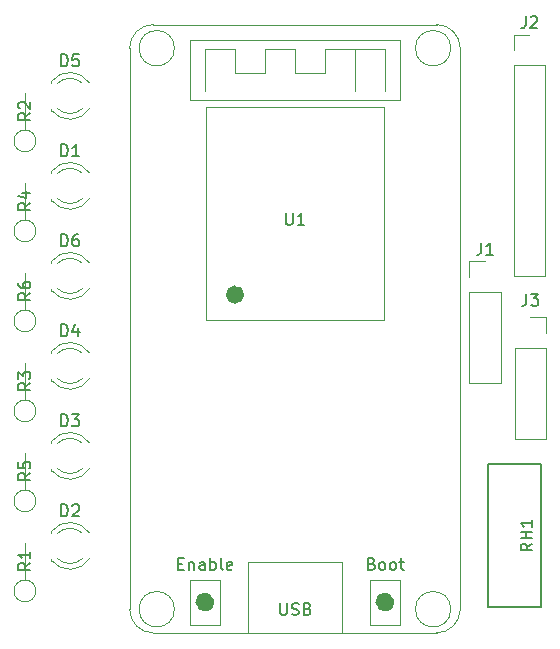
<source format=gbr>
%TF.GenerationSoftware,KiCad,Pcbnew,(5.1.10)-1*%
%TF.CreationDate,2021-11-03T12:27:00+01:00*%
%TF.ProjectId,airQualityV2,61697251-7561-46c6-9974-7956322e6b69,rev?*%
%TF.SameCoordinates,Original*%
%TF.FileFunction,Legend,Top*%
%TF.FilePolarity,Positive*%
%FSLAX46Y46*%
G04 Gerber Fmt 4.6, Leading zero omitted, Abs format (unit mm)*
G04 Created by KiCad (PCBNEW (5.1.10)-1) date 2021-11-03 12:27:00*
%MOMM*%
%LPD*%
G01*
G04 APERTURE LIST*
%ADD10C,0.120000*%
%ADD11C,0.800000*%
%ADD12C,1.000000*%
%ADD13C,0.150000*%
G04 APERTURE END LIST*
D10*
%TO.C,J3*%
X174880000Y-98760000D02*
X176210000Y-98760000D01*
X176210000Y-98760000D02*
X176210000Y-100090000D01*
X176210000Y-101360000D02*
X176210000Y-109040000D01*
X173550000Y-109040000D02*
X176210000Y-109040000D01*
X173550000Y-101360000D02*
X173550000Y-109040000D01*
X173550000Y-101360000D02*
X176210000Y-101360000D01*
%TO.C,R6*%
X133000000Y-99060000D02*
G75*
G03*
X133000000Y-99060000I-920000J0D01*
G01*
X132080000Y-98140000D02*
X132080000Y-94980000D01*
%TO.C,D6*%
X134330000Y-94014000D02*
X134330000Y-94170000D01*
X134330000Y-96330000D02*
X134330000Y-96486000D01*
X136931130Y-96329837D02*
G75*
G02*
X134849039Y-96330000I-1041130J1079837D01*
G01*
X136931130Y-94170163D02*
G75*
G03*
X134849039Y-94170000I-1041130J-1079837D01*
G01*
X137562335Y-96328608D02*
G75*
G02*
X134330000Y-96485516I-1672335J1078608D01*
G01*
X137562335Y-94171392D02*
G75*
G03*
X134330000Y-94014484I-1672335J-1078608D01*
G01*
%TO.C,R5*%
X133000000Y-114300000D02*
G75*
G03*
X133000000Y-114300000I-920000J0D01*
G01*
X132080000Y-113380000D02*
X132080000Y-110220000D01*
%TO.C,R4*%
X133000000Y-91440000D02*
G75*
G03*
X133000000Y-91440000I-920000J0D01*
G01*
X132080000Y-90520000D02*
X132080000Y-87360000D01*
%TO.C,R3*%
X133000000Y-106680000D02*
G75*
G03*
X133000000Y-106680000I-920000J0D01*
G01*
X132080000Y-105760000D02*
X132080000Y-102600000D01*
%TO.C,R2*%
X133000000Y-83820000D02*
G75*
G03*
X133000000Y-83820000I-920000J0D01*
G01*
X132080000Y-82900000D02*
X132080000Y-79740000D01*
%TO.C,R1*%
X133000000Y-121920000D02*
G75*
G03*
X133000000Y-121920000I-920000J0D01*
G01*
X132080000Y-121000000D02*
X132080000Y-117840000D01*
%TO.C,D5*%
X134330000Y-78774000D02*
X134330000Y-78930000D01*
X134330000Y-81090000D02*
X134330000Y-81246000D01*
X136931130Y-81089837D02*
G75*
G02*
X134849039Y-81090000I-1041130J1079837D01*
G01*
X136931130Y-78930163D02*
G75*
G03*
X134849039Y-78930000I-1041130J-1079837D01*
G01*
X137562335Y-81088608D02*
G75*
G02*
X134330000Y-81245516I-1672335J1078608D01*
G01*
X137562335Y-78931392D02*
G75*
G03*
X134330000Y-78774484I-1672335J-1078608D01*
G01*
%TO.C,D4*%
X134330000Y-101634000D02*
X134330000Y-101790000D01*
X134330000Y-103950000D02*
X134330000Y-104106000D01*
X136931130Y-103949837D02*
G75*
G02*
X134849039Y-103950000I-1041130J1079837D01*
G01*
X136931130Y-101790163D02*
G75*
G03*
X134849039Y-101790000I-1041130J-1079837D01*
G01*
X137562335Y-103948608D02*
G75*
G02*
X134330000Y-104105516I-1672335J1078608D01*
G01*
X137562335Y-101791392D02*
G75*
G03*
X134330000Y-101634484I-1672335J-1078608D01*
G01*
%TO.C,D3*%
X134330000Y-109254000D02*
X134330000Y-109410000D01*
X134330000Y-111570000D02*
X134330000Y-111726000D01*
X136931130Y-111569837D02*
G75*
G02*
X134849039Y-111570000I-1041130J1079837D01*
G01*
X136931130Y-109410163D02*
G75*
G03*
X134849039Y-109410000I-1041130J-1079837D01*
G01*
X137562335Y-111568608D02*
G75*
G02*
X134330000Y-111725516I-1672335J1078608D01*
G01*
X137562335Y-109411392D02*
G75*
G03*
X134330000Y-109254484I-1672335J-1078608D01*
G01*
%TO.C,D2*%
X134330000Y-116874000D02*
X134330000Y-117030000D01*
X134330000Y-119190000D02*
X134330000Y-119346000D01*
X136931130Y-119189837D02*
G75*
G02*
X134849039Y-119190000I-1041130J1079837D01*
G01*
X136931130Y-117030163D02*
G75*
G03*
X134849039Y-117030000I-1041130J-1079837D01*
G01*
X137562335Y-119188608D02*
G75*
G02*
X134330000Y-119345516I-1672335J1078608D01*
G01*
X137562335Y-117031392D02*
G75*
G03*
X134330000Y-116874484I-1672335J-1078608D01*
G01*
%TO.C,D1*%
X134330000Y-86394000D02*
X134330000Y-86550000D01*
X134330000Y-88710000D02*
X134330000Y-88866000D01*
X136931130Y-88709837D02*
G75*
G02*
X134849039Y-88710000I-1041130J1079837D01*
G01*
X136931130Y-86550163D02*
G75*
G03*
X134849039Y-86550000I-1041130J-1079837D01*
G01*
X137562335Y-88708608D02*
G75*
G02*
X134330000Y-88865516I-1672335J1078608D01*
G01*
X137562335Y-86551392D02*
G75*
G03*
X134330000Y-86394484I-1672335J-1078608D01*
G01*
%TO.C,U1*%
X144740000Y-75970000D02*
G75*
G03*
X144740000Y-75970000I-1500000J0D01*
G01*
X168140000Y-75970000D02*
G75*
G03*
X168140000Y-75970000I-1500000J0D01*
G01*
X168940000Y-123470000D02*
X168940000Y-75970000D01*
X140940000Y-75970000D02*
X140940000Y-123470000D01*
X142940000Y-125470000D02*
X166940000Y-125470000D01*
X142940000Y-73970000D02*
X166940000Y-73970000D01*
X144740000Y-123470000D02*
G75*
G03*
X144740000Y-123470000I-1500000J0D01*
G01*
X168140000Y-123470000D02*
G75*
G03*
X168140000Y-123470000I-1500000J0D01*
G01*
X150940000Y-119470000D02*
X150940000Y-125470000D01*
X158940000Y-119470000D02*
X158940000Y-125470000D01*
X150940000Y-119470000D02*
X158940000Y-119470000D01*
X146050000Y-75240000D02*
X163830000Y-75240000D01*
X163830000Y-75240000D02*
X163830000Y-80320000D01*
X163830000Y-80320000D02*
X146050000Y-80320000D01*
X146050000Y-80320000D02*
X146050000Y-75240000D01*
X147320000Y-79558000D02*
X147320000Y-76002000D01*
X147320000Y-76002000D02*
X149860000Y-76002000D01*
X149860000Y-76002000D02*
X149860000Y-78034000D01*
X149860000Y-78034000D02*
X152400000Y-78034000D01*
X152400000Y-78034000D02*
X152400000Y-76002000D01*
X152400000Y-76002000D02*
X154940000Y-76002000D01*
X154940000Y-76002000D02*
X154940000Y-78034000D01*
X154940000Y-78034000D02*
X157480000Y-78034000D01*
X157480000Y-78034000D02*
X157480000Y-76002000D01*
X157480000Y-76002000D02*
X162560000Y-76002000D01*
X162560000Y-76002000D02*
X162560000Y-79558000D01*
X160020000Y-76002000D02*
X160020000Y-79558000D01*
X147440000Y-80970000D02*
X162440000Y-80970000D01*
X162440000Y-80970000D02*
X162440000Y-98970000D01*
X162440000Y-98970000D02*
X147440000Y-98970000D01*
X147440000Y-98970000D02*
X147440000Y-80970000D01*
D11*
X150260000Y-96830000D02*
G75*
G03*
X150260000Y-96830000I-400000J0D01*
G01*
D10*
X161290000Y-120960000D02*
X163830000Y-120960000D01*
X163830000Y-120960000D02*
X163830000Y-124770000D01*
X163830000Y-124770000D02*
X161290000Y-124770000D01*
X161290000Y-124770000D02*
X161290000Y-120960000D01*
X148590000Y-124770000D02*
X146050000Y-124770000D01*
X146050000Y-124770000D02*
X146050000Y-120960000D01*
X146050000Y-120960000D02*
X148590000Y-120960000D01*
X148590000Y-120960000D02*
X148590000Y-124770000D01*
D12*
X147620000Y-122865000D02*
G75*
G03*
X147620000Y-122865000I-300000J0D01*
G01*
X162860000Y-122865000D02*
G75*
G03*
X162860000Y-122865000I-300000J0D01*
G01*
D10*
X168940000Y-123470000D02*
G75*
G02*
X166940000Y-125470000I-2000000J0D01*
G01*
X142940000Y-125470000D02*
G75*
G02*
X140940000Y-123470000I0J2000000D01*
G01*
X140940000Y-75970000D02*
G75*
G02*
X142940000Y-73970000I2000000J0D01*
G01*
X166940000Y-73970000D02*
G75*
G02*
X168940000Y-75970000I0J-2000000D01*
G01*
D13*
%TO.C,RH1*%
X171300000Y-123270000D02*
X171300000Y-111170000D01*
X171300000Y-111170000D02*
X175800000Y-111170000D01*
X175800000Y-111170000D02*
X175800000Y-123270000D01*
X175800000Y-123270000D02*
X171300000Y-123270000D01*
D10*
%TO.C,J2*%
X173470000Y-95260000D02*
X176130000Y-95260000D01*
X173470000Y-77420000D02*
X173470000Y-95260000D01*
X176130000Y-77420000D02*
X176130000Y-95260000D01*
X173470000Y-77420000D02*
X176130000Y-77420000D01*
X173470000Y-76150000D02*
X173470000Y-74820000D01*
X173470000Y-74820000D02*
X174800000Y-74820000D01*
%TO.C,J1*%
X169710000Y-104280000D02*
X172370000Y-104280000D01*
X169710000Y-96600000D02*
X169710000Y-104280000D01*
X172370000Y-96600000D02*
X172370000Y-104280000D01*
X169710000Y-96600000D02*
X172370000Y-96600000D01*
X169710000Y-95330000D02*
X169710000Y-94000000D01*
X169710000Y-94000000D02*
X171040000Y-94000000D01*
%TO.C,J3*%
D13*
X174546666Y-96772380D02*
X174546666Y-97486666D01*
X174499047Y-97629523D01*
X174403809Y-97724761D01*
X174260952Y-97772380D01*
X174165714Y-97772380D01*
X174927619Y-96772380D02*
X175546666Y-96772380D01*
X175213333Y-97153333D01*
X175356190Y-97153333D01*
X175451428Y-97200952D01*
X175499047Y-97248571D01*
X175546666Y-97343809D01*
X175546666Y-97581904D01*
X175499047Y-97677142D01*
X175451428Y-97724761D01*
X175356190Y-97772380D01*
X175070476Y-97772380D01*
X174975238Y-97724761D01*
X174927619Y-97677142D01*
%TO.C,R6*%
X132532380Y-96686666D02*
X132056190Y-97020000D01*
X132532380Y-97258095D02*
X131532380Y-97258095D01*
X131532380Y-96877142D01*
X131580000Y-96781904D01*
X131627619Y-96734285D01*
X131722857Y-96686666D01*
X131865714Y-96686666D01*
X131960952Y-96734285D01*
X132008571Y-96781904D01*
X132056190Y-96877142D01*
X132056190Y-97258095D01*
X131532380Y-95829523D02*
X131532380Y-96020000D01*
X131580000Y-96115238D01*
X131627619Y-96162857D01*
X131770476Y-96258095D01*
X131960952Y-96305714D01*
X132341904Y-96305714D01*
X132437142Y-96258095D01*
X132484761Y-96210476D01*
X132532380Y-96115238D01*
X132532380Y-95924761D01*
X132484761Y-95829523D01*
X132437142Y-95781904D01*
X132341904Y-95734285D01*
X132103809Y-95734285D01*
X132008571Y-95781904D01*
X131960952Y-95829523D01*
X131913333Y-95924761D01*
X131913333Y-96115238D01*
X131960952Y-96210476D01*
X132008571Y-96258095D01*
X132103809Y-96305714D01*
%TO.C,D6*%
X135151904Y-92742380D02*
X135151904Y-91742380D01*
X135390000Y-91742380D01*
X135532857Y-91790000D01*
X135628095Y-91885238D01*
X135675714Y-91980476D01*
X135723333Y-92170952D01*
X135723333Y-92313809D01*
X135675714Y-92504285D01*
X135628095Y-92599523D01*
X135532857Y-92694761D01*
X135390000Y-92742380D01*
X135151904Y-92742380D01*
X136580476Y-91742380D02*
X136390000Y-91742380D01*
X136294761Y-91790000D01*
X136247142Y-91837619D01*
X136151904Y-91980476D01*
X136104285Y-92170952D01*
X136104285Y-92551904D01*
X136151904Y-92647142D01*
X136199523Y-92694761D01*
X136294761Y-92742380D01*
X136485238Y-92742380D01*
X136580476Y-92694761D01*
X136628095Y-92647142D01*
X136675714Y-92551904D01*
X136675714Y-92313809D01*
X136628095Y-92218571D01*
X136580476Y-92170952D01*
X136485238Y-92123333D01*
X136294761Y-92123333D01*
X136199523Y-92170952D01*
X136151904Y-92218571D01*
X136104285Y-92313809D01*
%TO.C,R5*%
X132532380Y-111926666D02*
X132056190Y-112260000D01*
X132532380Y-112498095D02*
X131532380Y-112498095D01*
X131532380Y-112117142D01*
X131580000Y-112021904D01*
X131627619Y-111974285D01*
X131722857Y-111926666D01*
X131865714Y-111926666D01*
X131960952Y-111974285D01*
X132008571Y-112021904D01*
X132056190Y-112117142D01*
X132056190Y-112498095D01*
X131532380Y-111021904D02*
X131532380Y-111498095D01*
X132008571Y-111545714D01*
X131960952Y-111498095D01*
X131913333Y-111402857D01*
X131913333Y-111164761D01*
X131960952Y-111069523D01*
X132008571Y-111021904D01*
X132103809Y-110974285D01*
X132341904Y-110974285D01*
X132437142Y-111021904D01*
X132484761Y-111069523D01*
X132532380Y-111164761D01*
X132532380Y-111402857D01*
X132484761Y-111498095D01*
X132437142Y-111545714D01*
%TO.C,R4*%
X132532380Y-89066666D02*
X132056190Y-89400000D01*
X132532380Y-89638095D02*
X131532380Y-89638095D01*
X131532380Y-89257142D01*
X131580000Y-89161904D01*
X131627619Y-89114285D01*
X131722857Y-89066666D01*
X131865714Y-89066666D01*
X131960952Y-89114285D01*
X132008571Y-89161904D01*
X132056190Y-89257142D01*
X132056190Y-89638095D01*
X131865714Y-88209523D02*
X132532380Y-88209523D01*
X131484761Y-88447619D02*
X132199047Y-88685714D01*
X132199047Y-88066666D01*
%TO.C,R3*%
X132532380Y-104306666D02*
X132056190Y-104640000D01*
X132532380Y-104878095D02*
X131532380Y-104878095D01*
X131532380Y-104497142D01*
X131580000Y-104401904D01*
X131627619Y-104354285D01*
X131722857Y-104306666D01*
X131865714Y-104306666D01*
X131960952Y-104354285D01*
X132008571Y-104401904D01*
X132056190Y-104497142D01*
X132056190Y-104878095D01*
X131532380Y-103973333D02*
X131532380Y-103354285D01*
X131913333Y-103687619D01*
X131913333Y-103544761D01*
X131960952Y-103449523D01*
X132008571Y-103401904D01*
X132103809Y-103354285D01*
X132341904Y-103354285D01*
X132437142Y-103401904D01*
X132484761Y-103449523D01*
X132532380Y-103544761D01*
X132532380Y-103830476D01*
X132484761Y-103925714D01*
X132437142Y-103973333D01*
%TO.C,R2*%
X132532380Y-81446666D02*
X132056190Y-81780000D01*
X132532380Y-82018095D02*
X131532380Y-82018095D01*
X131532380Y-81637142D01*
X131580000Y-81541904D01*
X131627619Y-81494285D01*
X131722857Y-81446666D01*
X131865714Y-81446666D01*
X131960952Y-81494285D01*
X132008571Y-81541904D01*
X132056190Y-81637142D01*
X132056190Y-82018095D01*
X131627619Y-81065714D02*
X131580000Y-81018095D01*
X131532380Y-80922857D01*
X131532380Y-80684761D01*
X131580000Y-80589523D01*
X131627619Y-80541904D01*
X131722857Y-80494285D01*
X131818095Y-80494285D01*
X131960952Y-80541904D01*
X132532380Y-81113333D01*
X132532380Y-80494285D01*
%TO.C,R1*%
X132532380Y-119546666D02*
X132056190Y-119880000D01*
X132532380Y-120118095D02*
X131532380Y-120118095D01*
X131532380Y-119737142D01*
X131580000Y-119641904D01*
X131627619Y-119594285D01*
X131722857Y-119546666D01*
X131865714Y-119546666D01*
X131960952Y-119594285D01*
X132008571Y-119641904D01*
X132056190Y-119737142D01*
X132056190Y-120118095D01*
X132532380Y-118594285D02*
X132532380Y-119165714D01*
X132532380Y-118880000D02*
X131532380Y-118880000D01*
X131675238Y-118975238D01*
X131770476Y-119070476D01*
X131818095Y-119165714D01*
%TO.C,D5*%
X135151904Y-77502380D02*
X135151904Y-76502380D01*
X135390000Y-76502380D01*
X135532857Y-76550000D01*
X135628095Y-76645238D01*
X135675714Y-76740476D01*
X135723333Y-76930952D01*
X135723333Y-77073809D01*
X135675714Y-77264285D01*
X135628095Y-77359523D01*
X135532857Y-77454761D01*
X135390000Y-77502380D01*
X135151904Y-77502380D01*
X136628095Y-76502380D02*
X136151904Y-76502380D01*
X136104285Y-76978571D01*
X136151904Y-76930952D01*
X136247142Y-76883333D01*
X136485238Y-76883333D01*
X136580476Y-76930952D01*
X136628095Y-76978571D01*
X136675714Y-77073809D01*
X136675714Y-77311904D01*
X136628095Y-77407142D01*
X136580476Y-77454761D01*
X136485238Y-77502380D01*
X136247142Y-77502380D01*
X136151904Y-77454761D01*
X136104285Y-77407142D01*
%TO.C,D4*%
X135151904Y-100362380D02*
X135151904Y-99362380D01*
X135390000Y-99362380D01*
X135532857Y-99410000D01*
X135628095Y-99505238D01*
X135675714Y-99600476D01*
X135723333Y-99790952D01*
X135723333Y-99933809D01*
X135675714Y-100124285D01*
X135628095Y-100219523D01*
X135532857Y-100314761D01*
X135390000Y-100362380D01*
X135151904Y-100362380D01*
X136580476Y-99695714D02*
X136580476Y-100362380D01*
X136342380Y-99314761D02*
X136104285Y-100029047D01*
X136723333Y-100029047D01*
%TO.C,D3*%
X135151904Y-107982380D02*
X135151904Y-106982380D01*
X135390000Y-106982380D01*
X135532857Y-107030000D01*
X135628095Y-107125238D01*
X135675714Y-107220476D01*
X135723333Y-107410952D01*
X135723333Y-107553809D01*
X135675714Y-107744285D01*
X135628095Y-107839523D01*
X135532857Y-107934761D01*
X135390000Y-107982380D01*
X135151904Y-107982380D01*
X136056666Y-106982380D02*
X136675714Y-106982380D01*
X136342380Y-107363333D01*
X136485238Y-107363333D01*
X136580476Y-107410952D01*
X136628095Y-107458571D01*
X136675714Y-107553809D01*
X136675714Y-107791904D01*
X136628095Y-107887142D01*
X136580476Y-107934761D01*
X136485238Y-107982380D01*
X136199523Y-107982380D01*
X136104285Y-107934761D01*
X136056666Y-107887142D01*
%TO.C,D2*%
X135151904Y-115602380D02*
X135151904Y-114602380D01*
X135390000Y-114602380D01*
X135532857Y-114650000D01*
X135628095Y-114745238D01*
X135675714Y-114840476D01*
X135723333Y-115030952D01*
X135723333Y-115173809D01*
X135675714Y-115364285D01*
X135628095Y-115459523D01*
X135532857Y-115554761D01*
X135390000Y-115602380D01*
X135151904Y-115602380D01*
X136104285Y-114697619D02*
X136151904Y-114650000D01*
X136247142Y-114602380D01*
X136485238Y-114602380D01*
X136580476Y-114650000D01*
X136628095Y-114697619D01*
X136675714Y-114792857D01*
X136675714Y-114888095D01*
X136628095Y-115030952D01*
X136056666Y-115602380D01*
X136675714Y-115602380D01*
%TO.C,D1*%
X135151904Y-85122380D02*
X135151904Y-84122380D01*
X135390000Y-84122380D01*
X135532857Y-84170000D01*
X135628095Y-84265238D01*
X135675714Y-84360476D01*
X135723333Y-84550952D01*
X135723333Y-84693809D01*
X135675714Y-84884285D01*
X135628095Y-84979523D01*
X135532857Y-85074761D01*
X135390000Y-85122380D01*
X135151904Y-85122380D01*
X136675714Y-85122380D02*
X136104285Y-85122380D01*
X136390000Y-85122380D02*
X136390000Y-84122380D01*
X136294761Y-84265238D01*
X136199523Y-84360476D01*
X136104285Y-84408095D01*
%TO.C,U1*%
X154178095Y-89932380D02*
X154178095Y-90741904D01*
X154225714Y-90837142D01*
X154273333Y-90884761D01*
X154368571Y-90932380D01*
X154559047Y-90932380D01*
X154654285Y-90884761D01*
X154701904Y-90837142D01*
X154749523Y-90741904D01*
X154749523Y-89932380D01*
X155749523Y-90932380D02*
X155178095Y-90932380D01*
X155463809Y-90932380D02*
X155463809Y-89932380D01*
X155368571Y-90075238D01*
X155273333Y-90170476D01*
X155178095Y-90218095D01*
X145058095Y-119618571D02*
X145391428Y-119618571D01*
X145534285Y-120142380D02*
X145058095Y-120142380D01*
X145058095Y-119142380D01*
X145534285Y-119142380D01*
X145962857Y-119475714D02*
X145962857Y-120142380D01*
X145962857Y-119570952D02*
X146010476Y-119523333D01*
X146105714Y-119475714D01*
X146248571Y-119475714D01*
X146343809Y-119523333D01*
X146391428Y-119618571D01*
X146391428Y-120142380D01*
X147296190Y-120142380D02*
X147296190Y-119618571D01*
X147248571Y-119523333D01*
X147153333Y-119475714D01*
X146962857Y-119475714D01*
X146867619Y-119523333D01*
X147296190Y-120094761D02*
X147200952Y-120142380D01*
X146962857Y-120142380D01*
X146867619Y-120094761D01*
X146820000Y-119999523D01*
X146820000Y-119904285D01*
X146867619Y-119809047D01*
X146962857Y-119761428D01*
X147200952Y-119761428D01*
X147296190Y-119713809D01*
X147772380Y-120142380D02*
X147772380Y-119142380D01*
X147772380Y-119523333D02*
X147867619Y-119475714D01*
X148058095Y-119475714D01*
X148153333Y-119523333D01*
X148200952Y-119570952D01*
X148248571Y-119666190D01*
X148248571Y-119951904D01*
X148200952Y-120047142D01*
X148153333Y-120094761D01*
X148058095Y-120142380D01*
X147867619Y-120142380D01*
X147772380Y-120094761D01*
X148820000Y-120142380D02*
X148724761Y-120094761D01*
X148677142Y-119999523D01*
X148677142Y-119142380D01*
X149581904Y-120094761D02*
X149486666Y-120142380D01*
X149296190Y-120142380D01*
X149200952Y-120094761D01*
X149153333Y-119999523D01*
X149153333Y-119618571D01*
X149200952Y-119523333D01*
X149296190Y-119475714D01*
X149486666Y-119475714D01*
X149581904Y-119523333D01*
X149629523Y-119618571D01*
X149629523Y-119713809D01*
X149153333Y-119809047D01*
X161440952Y-119618571D02*
X161583809Y-119666190D01*
X161631428Y-119713809D01*
X161679047Y-119809047D01*
X161679047Y-119951904D01*
X161631428Y-120047142D01*
X161583809Y-120094761D01*
X161488571Y-120142380D01*
X161107619Y-120142380D01*
X161107619Y-119142380D01*
X161440952Y-119142380D01*
X161536190Y-119190000D01*
X161583809Y-119237619D01*
X161631428Y-119332857D01*
X161631428Y-119428095D01*
X161583809Y-119523333D01*
X161536190Y-119570952D01*
X161440952Y-119618571D01*
X161107619Y-119618571D01*
X162250476Y-120142380D02*
X162155238Y-120094761D01*
X162107619Y-120047142D01*
X162060000Y-119951904D01*
X162060000Y-119666190D01*
X162107619Y-119570952D01*
X162155238Y-119523333D01*
X162250476Y-119475714D01*
X162393333Y-119475714D01*
X162488571Y-119523333D01*
X162536190Y-119570952D01*
X162583809Y-119666190D01*
X162583809Y-119951904D01*
X162536190Y-120047142D01*
X162488571Y-120094761D01*
X162393333Y-120142380D01*
X162250476Y-120142380D01*
X163155238Y-120142380D02*
X163060000Y-120094761D01*
X163012380Y-120047142D01*
X162964761Y-119951904D01*
X162964761Y-119666190D01*
X163012380Y-119570952D01*
X163060000Y-119523333D01*
X163155238Y-119475714D01*
X163298095Y-119475714D01*
X163393333Y-119523333D01*
X163440952Y-119570952D01*
X163488571Y-119666190D01*
X163488571Y-119951904D01*
X163440952Y-120047142D01*
X163393333Y-120094761D01*
X163298095Y-120142380D01*
X163155238Y-120142380D01*
X163774285Y-119475714D02*
X164155238Y-119475714D01*
X163917142Y-119142380D02*
X163917142Y-119999523D01*
X163964761Y-120094761D01*
X164060000Y-120142380D01*
X164155238Y-120142380D01*
X153678095Y-122952380D02*
X153678095Y-123761904D01*
X153725714Y-123857142D01*
X153773333Y-123904761D01*
X153868571Y-123952380D01*
X154059047Y-123952380D01*
X154154285Y-123904761D01*
X154201904Y-123857142D01*
X154249523Y-123761904D01*
X154249523Y-122952380D01*
X154678095Y-123904761D02*
X154820952Y-123952380D01*
X155059047Y-123952380D01*
X155154285Y-123904761D01*
X155201904Y-123857142D01*
X155249523Y-123761904D01*
X155249523Y-123666666D01*
X155201904Y-123571428D01*
X155154285Y-123523809D01*
X155059047Y-123476190D01*
X154868571Y-123428571D01*
X154773333Y-123380952D01*
X154725714Y-123333333D01*
X154678095Y-123238095D01*
X154678095Y-123142857D01*
X154725714Y-123047619D01*
X154773333Y-123000000D01*
X154868571Y-122952380D01*
X155106666Y-122952380D01*
X155249523Y-123000000D01*
X156011428Y-123428571D02*
X156154285Y-123476190D01*
X156201904Y-123523809D01*
X156249523Y-123619047D01*
X156249523Y-123761904D01*
X156201904Y-123857142D01*
X156154285Y-123904761D01*
X156059047Y-123952380D01*
X155678095Y-123952380D01*
X155678095Y-122952380D01*
X156011428Y-122952380D01*
X156106666Y-123000000D01*
X156154285Y-123047619D01*
X156201904Y-123142857D01*
X156201904Y-123238095D01*
X156154285Y-123333333D01*
X156106666Y-123380952D01*
X156011428Y-123428571D01*
X155678095Y-123428571D01*
%TO.C,RH1*%
X175052380Y-117910476D02*
X174576190Y-118243809D01*
X175052380Y-118481904D02*
X174052380Y-118481904D01*
X174052380Y-118100952D01*
X174100000Y-118005714D01*
X174147619Y-117958095D01*
X174242857Y-117910476D01*
X174385714Y-117910476D01*
X174480952Y-117958095D01*
X174528571Y-118005714D01*
X174576190Y-118100952D01*
X174576190Y-118481904D01*
X175052380Y-117481904D02*
X174052380Y-117481904D01*
X174528571Y-117481904D02*
X174528571Y-116910476D01*
X175052380Y-116910476D02*
X174052380Y-116910476D01*
X175052380Y-115910476D02*
X175052380Y-116481904D01*
X175052380Y-116196190D02*
X174052380Y-116196190D01*
X174195238Y-116291428D01*
X174290476Y-116386666D01*
X174338095Y-116481904D01*
%TO.C,J2*%
X174466666Y-73272380D02*
X174466666Y-73986666D01*
X174419047Y-74129523D01*
X174323809Y-74224761D01*
X174180952Y-74272380D01*
X174085714Y-74272380D01*
X174895238Y-73367619D02*
X174942857Y-73320000D01*
X175038095Y-73272380D01*
X175276190Y-73272380D01*
X175371428Y-73320000D01*
X175419047Y-73367619D01*
X175466666Y-73462857D01*
X175466666Y-73558095D01*
X175419047Y-73700952D01*
X174847619Y-74272380D01*
X175466666Y-74272380D01*
%TO.C,J1*%
X170706666Y-92452380D02*
X170706666Y-93166666D01*
X170659047Y-93309523D01*
X170563809Y-93404761D01*
X170420952Y-93452380D01*
X170325714Y-93452380D01*
X171706666Y-93452380D02*
X171135238Y-93452380D01*
X171420952Y-93452380D02*
X171420952Y-92452380D01*
X171325714Y-92595238D01*
X171230476Y-92690476D01*
X171135238Y-92738095D01*
%TD*%
M02*

</source>
